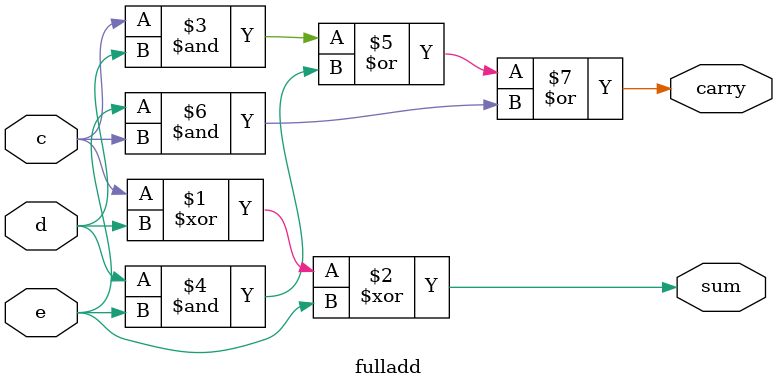
<source format=v>
module add_sub (s,cout,a,b,m);
  input [3:0] a,b;
  input m;
  output [3:0]s;
  output cout;
  wire c1,c2,c3;
  assign e1 = (b[0] ^ m );
  assign e2 = (b[1] ^ m );
  assign e3 = (b[2] ^ m ); 
  assign e4 = (b[3] ^ m );
  fulladd f1 (.sum(s[0]),.carry(c1),.c(a[0]),.d(e1),.e(m));
  fulladd f2 (.sum(s[1]),.carry(c2),.c(a[1]),.d(e2),.e(c1));
  fulladd f3 (.sum(s[2]),.carry(c3),.c(a[2]),.d(e3),.e(c2));
  fulladd f4 (.sum(s[3]),.carry(cout),.c(a[3]),.d(e4),.e(c3));
endmodule
  module fulladd (sum,carry,c,d,e);
  input c,d,e;
  output sum,carry;
  assign sum = (c^d^e);
  assign carry = (c&d)|(d&e)|(e&c);
endmodule

</source>
